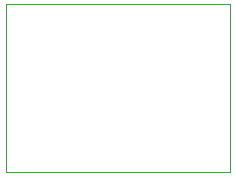
<source format=gbr>
%TF.GenerationSoftware,KiCad,Pcbnew,5.1.7*%
%TF.CreationDate,2020-10-22T19:40:43-04:00*%
%TF.ProjectId,18650_keep_alive,31383635-305f-46b6-9565-705f616c6976,rev?*%
%TF.SameCoordinates,PX700e860PY3c51e50*%
%TF.FileFunction,Profile,NP*%
%FSLAX46Y46*%
G04 Gerber Fmt 4.6, Leading zero omitted, Abs format (unit mm)*
G04 Created by KiCad (PCBNEW 5.1.7) date 2020-10-22 19:40:43*
%MOMM*%
%LPD*%
G01*
G04 APERTURE LIST*
%TA.AperFunction,Profile*%
%ADD10C,0.050000*%
%TD*%
G04 APERTURE END LIST*
D10*
X0Y-14250000D02*
X0Y0D01*
X19000000Y-14250000D02*
X0Y-14250000D01*
X19000000Y0D02*
X19000000Y-14250000D01*
X0Y0D02*
X19000000Y0D01*
M02*

</source>
